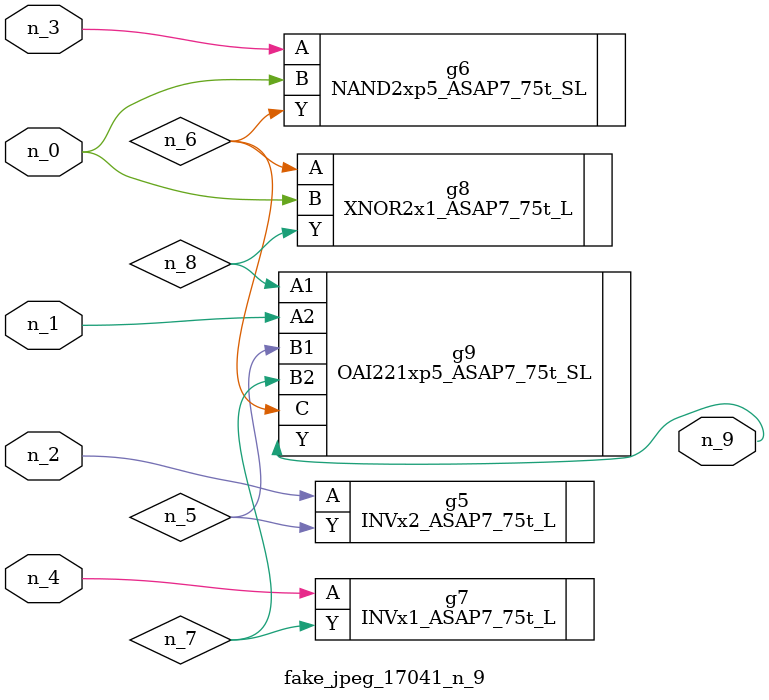
<source format=v>
module fake_jpeg_17041_n_9 (n_3, n_2, n_1, n_0, n_4, n_9);

input n_3;
input n_2;
input n_1;
input n_0;
input n_4;

output n_9;

wire n_8;
wire n_6;
wire n_5;
wire n_7;

INVx2_ASAP7_75t_L g5 ( 
.A(n_2),
.Y(n_5)
);

NAND2xp5_ASAP7_75t_SL g6 ( 
.A(n_3),
.B(n_0),
.Y(n_6)
);

INVx1_ASAP7_75t_L g7 ( 
.A(n_4),
.Y(n_7)
);

XNOR2x1_ASAP7_75t_L g8 ( 
.A(n_6),
.B(n_0),
.Y(n_8)
);

OAI221xp5_ASAP7_75t_SL g9 ( 
.A1(n_8),
.A2(n_1),
.B1(n_5),
.B2(n_7),
.C(n_6),
.Y(n_9)
);


endmodule
</source>
